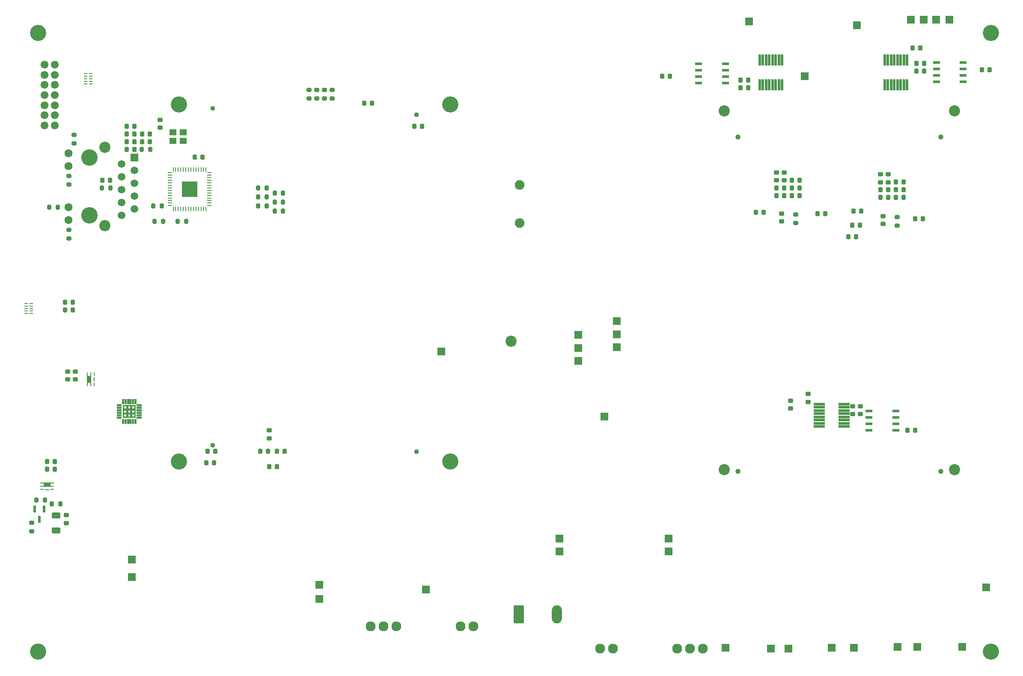
<source format=gbs>
%TF.GenerationSoftware,KiCad,Pcbnew,9.0.2*%
%TF.CreationDate,2025-10-06T13:03:54-05:00*%
%TF.ProjectId,PSEC5_Ctrl_Board,50534543-355f-4437-9472-6c5f426f6172,rev?*%
%TF.SameCoordinates,Original*%
%TF.FileFunction,Soldermask,Bot*%
%TF.FilePolarity,Negative*%
%FSLAX46Y46*%
G04 Gerber Fmt 4.6, Leading zero omitted, Abs format (unit mm)*
G04 Created by KiCad (PCBNEW 9.0.2) date 2025-10-06 13:03:54*
%MOMM*%
%LPD*%
G01*
G04 APERTURE LIST*
G04 Aperture macros list*
%AMRoundRect*
0 Rectangle with rounded corners*
0 $1 Rounding radius*
0 $2 $3 $4 $5 $6 $7 $8 $9 X,Y pos of 4 corners*
0 Add a 4 corners polygon primitive as box body*
4,1,4,$2,$3,$4,$5,$6,$7,$8,$9,$2,$3,0*
0 Add four circle primitives for the rounded corners*
1,1,$1+$1,$2,$3*
1,1,$1+$1,$4,$5*
1,1,$1+$1,$6,$7*
1,1,$1+$1,$8,$9*
0 Add four rect primitives between the rounded corners*
20,1,$1+$1,$2,$3,$4,$5,0*
20,1,$1+$1,$4,$5,$6,$7,0*
20,1,$1+$1,$6,$7,$8,$9,0*
20,1,$1+$1,$8,$9,$2,$3,0*%
G04 Aperture macros list end*
%ADD10C,0.000000*%
%ADD11R,1.500000X1.500000*%
%ADD12C,1.955800*%
%ADD13C,3.250000*%
%ADD14C,1.500000*%
%ADD15C,1.600000*%
%ADD16C,2.200000*%
%ADD17C,3.200000*%
%ADD18C,1.905000*%
%ADD19C,1.549400*%
%ADD20C,0.950000*%
%ADD21C,1.020000*%
%ADD22RoundRect,0.250000X-0.750000X-1.550000X0.750000X-1.550000X0.750000X1.550000X-0.750000X1.550000X0*%
%ADD23O,2.000000X3.600000*%
%ADD24RoundRect,0.225000X-0.250000X0.225000X-0.250000X-0.225000X0.250000X-0.225000X0.250000X0.225000X0*%
%ADD25RoundRect,0.200000X0.200000X0.275000X-0.200000X0.275000X-0.200000X-0.275000X0.200000X-0.275000X0*%
%ADD26RoundRect,0.200000X-0.200000X-0.275000X0.200000X-0.275000X0.200000X0.275000X-0.200000X0.275000X0*%
%ADD27RoundRect,0.225000X-0.225000X-0.250000X0.225000X-0.250000X0.225000X0.250000X-0.225000X0.250000X0*%
%ADD28RoundRect,0.200000X-0.275000X0.200000X-0.275000X-0.200000X0.275000X-0.200000X0.275000X0.200000X0*%
%ADD29RoundRect,0.225000X0.225000X0.250000X-0.225000X0.250000X-0.225000X-0.250000X0.225000X-0.250000X0*%
%ADD30RoundRect,0.225000X0.250000X-0.225000X0.250000X0.225000X-0.250000X0.225000X-0.250000X-0.225000X0*%
%ADD31R,1.397000X0.558800*%
%ADD32RoundRect,0.102000X0.177800X-0.990600X0.177800X0.990600X-0.177800X0.990600X-0.177800X-0.990600X0*%
%ADD33RoundRect,0.250000X-0.625000X0.312500X-0.625000X-0.312500X0.625000X-0.312500X0.625000X0.312500X0*%
%ADD34R,0.558800X1.320800*%
%ADD35R,0.685800X0.203200*%
%ADD36R,1.397000X0.853186*%
%ADD37R,0.863600X0.228600*%
%ADD38RoundRect,0.102000X-0.177800X0.990600X-0.177800X-0.990600X0.177800X-0.990600X0.177800X0.990600X0*%
%ADD39RoundRect,0.200000X0.275000X-0.200000X0.275000X0.200000X-0.275000X0.200000X-0.275000X-0.200000X0*%
%ADD40R,0.711200X0.203200*%
%ADD41R,0.280000X0.850000*%
%ADD42R,0.850000X0.280000*%
%ADD43RoundRect,0.102000X0.990600X0.177800X-0.990600X0.177800X-0.990600X-0.177800X0.990600X-0.177800X0*%
%ADD44R,0.203200X0.685800*%
%ADD45R,0.853186X1.397000*%
%ADD46R,0.228600X0.863600*%
%ADD47RoundRect,0.102000X-0.600000X0.500000X-0.600000X-0.500000X0.600000X-0.500000X0.600000X0.500000X0*%
%ADD48R,0.254000X0.812800*%
%ADD49R,0.812800X0.254000*%
%ADD50R,3.098800X3.098800*%
G04 APERTURE END LIST*
D10*
%TO.C,U17*%
G36*
X84118000Y-116333085D02*
G01*
X83128000Y-116333085D01*
X83128000Y-115913085D01*
X84118000Y-115913085D01*
X84118000Y-116333085D01*
G37*
G36*
X84118000Y-116833211D02*
G01*
X83128000Y-116833211D01*
X83128000Y-116413211D01*
X84118000Y-116413211D01*
X84118000Y-116833211D01*
G37*
G36*
X84118000Y-117333337D02*
G01*
X83128000Y-117333337D01*
X83128000Y-116913337D01*
X84118000Y-116913337D01*
X84118000Y-117333337D01*
G37*
G36*
X84118000Y-117833463D02*
G01*
X83128000Y-117833463D01*
X83128000Y-117413463D01*
X84118000Y-117413463D01*
X84118000Y-117833463D01*
G37*
G36*
X84118000Y-118333589D02*
G01*
X83128000Y-118333589D01*
X83128000Y-117913589D01*
X84118000Y-117913589D01*
X84118000Y-118333589D01*
G37*
G36*
X84118000Y-118833715D02*
G01*
X83128000Y-118833715D01*
X83128000Y-118413715D01*
X84118000Y-118413715D01*
X84118000Y-118833715D01*
G37*
G36*
X84558000Y-115893400D02*
G01*
X84138000Y-115893400D01*
X84138000Y-114903400D01*
X84558000Y-114903400D01*
X84558000Y-115893400D01*
G37*
G36*
X84558000Y-119843400D02*
G01*
X84138000Y-119843400D01*
X84138000Y-118853400D01*
X84558000Y-118853400D01*
X84558000Y-119843400D01*
G37*
G36*
X86886500Y-116386000D02*
G01*
X84309500Y-116386000D01*
X84309500Y-116084900D01*
X86886500Y-116084900D01*
X86886500Y-116386000D01*
G37*
G36*
X84610600Y-118661900D02*
G01*
X84309500Y-118661900D01*
X84309500Y-116084900D01*
X84610600Y-116084900D01*
X84610600Y-118661900D01*
G37*
G36*
X86886500Y-117173400D02*
G01*
X84309500Y-117173400D01*
X84309500Y-116786000D01*
X86886500Y-116786000D01*
X86886500Y-117173400D01*
G37*
G36*
X86886500Y-117960800D02*
G01*
X84309500Y-117960800D01*
X84309500Y-117573400D01*
X86886500Y-117573400D01*
X86886500Y-117960800D01*
G37*
G36*
X86886500Y-118661900D02*
G01*
X84309500Y-118661900D01*
X84309500Y-118360800D01*
X86886500Y-118360800D01*
X86886500Y-118661900D01*
G37*
G36*
X85058001Y-115893400D02*
G01*
X84637999Y-115893400D01*
X84637999Y-114903400D01*
X85058001Y-114903400D01*
X85058001Y-115893400D01*
G37*
G36*
X85058001Y-119843400D02*
G01*
X84637999Y-119843400D01*
X84637999Y-118853400D01*
X85058001Y-118853400D01*
X85058001Y-119843400D01*
G37*
G36*
X85398000Y-118661900D02*
G01*
X85010600Y-118661900D01*
X85010600Y-116084900D01*
X85398000Y-116084900D01*
X85398000Y-118661900D01*
G37*
G36*
X85558000Y-115893400D02*
G01*
X85138001Y-115893400D01*
X85138001Y-114903400D01*
X85558000Y-114903400D01*
X85558000Y-115893400D01*
G37*
G36*
X85558000Y-119843400D02*
G01*
X85138001Y-119843400D01*
X85138001Y-118853400D01*
X85558000Y-118853400D01*
X85558000Y-119843400D01*
G37*
G36*
X86057999Y-115893400D02*
G01*
X85638000Y-115893400D01*
X85638000Y-114903400D01*
X86057999Y-114903400D01*
X86057999Y-115893400D01*
G37*
G36*
X86057999Y-119843400D02*
G01*
X85638000Y-119843400D01*
X85638000Y-118853400D01*
X86057999Y-118853400D01*
X86057999Y-119843400D01*
G37*
G36*
X86185400Y-118661900D02*
G01*
X85798000Y-118661900D01*
X85798000Y-116084900D01*
X86185400Y-116084900D01*
X86185400Y-118661900D01*
G37*
G36*
X86558001Y-115893400D02*
G01*
X86137999Y-115893400D01*
X86137999Y-114903400D01*
X86558001Y-114903400D01*
X86558001Y-115893400D01*
G37*
G36*
X86558001Y-119843400D02*
G01*
X86137999Y-119843400D01*
X86137999Y-118853400D01*
X86558001Y-118853400D01*
X86558001Y-119843400D01*
G37*
G36*
X86886500Y-118661900D02*
G01*
X86585400Y-118661900D01*
X86585400Y-116084900D01*
X86886500Y-116084900D01*
X86886500Y-118661900D01*
G37*
G36*
X87058000Y-115893400D02*
G01*
X86638000Y-115893400D01*
X86638000Y-114903400D01*
X87058000Y-114903400D01*
X87058000Y-115893400D01*
G37*
G36*
X87058000Y-119843400D02*
G01*
X86638000Y-119843400D01*
X86638000Y-118853400D01*
X87058000Y-118853400D01*
X87058000Y-119843400D01*
G37*
G36*
X88068000Y-116333085D02*
G01*
X87078000Y-116333085D01*
X87078000Y-115913085D01*
X88068000Y-115913085D01*
X88068000Y-116333085D01*
G37*
G36*
X88068000Y-116833211D02*
G01*
X87078000Y-116833211D01*
X87078000Y-116413211D01*
X88068000Y-116413211D01*
X88068000Y-116833211D01*
G37*
G36*
X88068000Y-117333337D02*
G01*
X87078000Y-117333337D01*
X87078000Y-116913337D01*
X88068000Y-116913337D01*
X88068000Y-117333337D01*
G37*
G36*
X88068000Y-117833463D02*
G01*
X87078000Y-117833463D01*
X87078000Y-117413463D01*
X88068000Y-117413463D01*
X88068000Y-117833463D01*
G37*
G36*
X88068000Y-118333589D02*
G01*
X87078000Y-118333589D01*
X87078000Y-117913589D01*
X88068000Y-117913589D01*
X88068000Y-118333589D01*
G37*
G36*
X88068000Y-118833715D02*
G01*
X87078000Y-118833715D01*
X87078000Y-118413715D01*
X88068000Y-118413715D01*
X88068000Y-118833715D01*
G37*
%TD*%
D11*
%TO.C,TP21*%
X123190000Y-151638000D03*
%TD*%
D12*
%TO.C,U16*%
X199060000Y-164286000D03*
X196520000Y-164286000D03*
X193980000Y-164286000D03*
X181280000Y-164286000D03*
X178740000Y-164286000D03*
%TD*%
D13*
%TO.C,T1*%
X77694000Y-67183000D03*
X77694000Y-78613000D03*
D11*
X86584000Y-67183000D03*
D14*
X84044000Y-68453000D03*
X86584000Y-69723000D03*
X84044000Y-70993000D03*
X86584000Y-72263000D03*
X84044000Y-73533000D03*
X86584000Y-74803000D03*
X84044000Y-76073000D03*
X86584000Y-77343000D03*
X84044000Y-78613000D03*
D15*
X73614000Y-66268000D03*
X73614000Y-68808000D03*
X73614000Y-76988000D03*
X73614000Y-79528000D03*
D16*
X80744000Y-65153000D03*
X80744000Y-80643000D03*
%TD*%
D11*
%TO.C,TP33*%
X174400000Y-107400000D03*
%TD*%
%TO.C,TP2*%
X192278000Y-142494000D03*
%TD*%
%TO.C,TP28*%
X247800000Y-39900000D03*
%TD*%
D17*
%TO.C,H6*%
X149068000Y-56655000D03*
%TD*%
D18*
%TO.C,J7*%
X162774899Y-72602400D03*
X162774899Y-80102400D03*
%TD*%
D11*
%TO.C,TP31*%
X174400000Y-102200000D03*
%TD*%
%TO.C,TP32*%
X174400000Y-104800000D03*
%TD*%
%TO.C,TP8*%
X228900000Y-164100000D03*
%TD*%
%TO.C,TP15*%
X179600000Y-118400000D03*
%TD*%
D19*
%TO.C,J12*%
X68834000Y-48799999D03*
X70834001Y-48799999D03*
X68834000Y-50800000D03*
X70834001Y-50800000D03*
X68834000Y-52799999D03*
X70834001Y-52799999D03*
X68834000Y-54800000D03*
X70834001Y-54800000D03*
X68834000Y-56800001D03*
X70834001Y-56800001D03*
X68834000Y-58799999D03*
X70834001Y-58799999D03*
X68834000Y-60800001D03*
X70834001Y-60800001D03*
%TD*%
D11*
%TO.C,TP4*%
X170688000Y-142494000D03*
%TD*%
%TO.C,TP17*%
X255100000Y-152200000D03*
%TD*%
%TO.C,TP6*%
X216000000Y-164300000D03*
%TD*%
%TO.C,TP23*%
X86106000Y-146664000D03*
%TD*%
D17*
%TO.C,H2*%
X256000000Y-42500000D03*
%TD*%
D20*
%TO.C,J10*%
X102108000Y-57404000D03*
X142378000Y-58674000D03*
%TD*%
D11*
%TO.C,TP13*%
X212500000Y-164300000D03*
%TD*%
D17*
%TO.C,H1*%
X67600000Y-42500000D03*
%TD*%
D11*
%TO.C,TP1*%
X192278000Y-145034000D03*
%TD*%
%TO.C,TP16*%
X144300000Y-152600000D03*
%TD*%
D20*
%TO.C,J5*%
X102108000Y-124016000D03*
X142378000Y-125286000D03*
%TD*%
D11*
%TO.C,TP7*%
X237600000Y-163900000D03*
%TD*%
D17*
%TO.C,H4*%
X256000000Y-164900000D03*
%TD*%
%TO.C,H5*%
X95418000Y-56655000D03*
%TD*%
D11*
%TO.C,TP11*%
X147320000Y-105537000D03*
%TD*%
D17*
%TO.C,H7*%
X95418000Y-127305000D03*
%TD*%
D11*
%TO.C,TP30*%
X182000000Y-104700000D03*
%TD*%
%TO.C,TP19*%
X219202000Y-51054000D03*
%TD*%
D16*
%TO.C,H14*%
X161117000Y-103487000D03*
%TD*%
D11*
%TO.C,TP27*%
X245200000Y-39900000D03*
%TD*%
D17*
%TO.C,H3*%
X67600000Y-164900000D03*
%TD*%
%TO.C,H8*%
X149068000Y-127305000D03*
%TD*%
D11*
%TO.C,TP22*%
X123190000Y-154432000D03*
%TD*%
%TO.C,TP10*%
X241500000Y-163900000D03*
%TD*%
%TO.C,TP20*%
X229500000Y-41000000D03*
%TD*%
%TO.C,TP14*%
X203500000Y-164100000D03*
%TD*%
D21*
%TO.C,J2*%
X246093000Y-63122000D03*
X205957000Y-63122000D03*
%TD*%
D11*
%TO.C,TP29*%
X182000000Y-102100000D03*
%TD*%
%TO.C,TP25*%
X242700000Y-39900000D03*
%TD*%
%TO.C,TP5*%
X224500000Y-164100000D03*
%TD*%
D16*
%TO.C,H10*%
X248841600Y-57900000D03*
%TD*%
%TO.C,H9*%
X203266000Y-57900000D03*
%TD*%
D11*
%TO.C,TP24*%
X86106000Y-150114000D03*
%TD*%
D21*
%TO.C,J4*%
X246093000Y-129182000D03*
X205957000Y-129182000D03*
%TD*%
D11*
%TO.C,TP18*%
X208200000Y-40200000D03*
%TD*%
%TO.C,TP9*%
X250400000Y-163900000D03*
%TD*%
%TO.C,TP12*%
X182000000Y-99500000D03*
%TD*%
D16*
%TO.C,H12*%
X248841600Y-128870500D03*
%TD*%
D12*
%TO.C,U5*%
X133320000Y-159900000D03*
X135860000Y-159900000D03*
X138400000Y-159900000D03*
X151100000Y-159900000D03*
X153640000Y-159900000D03*
%TD*%
D11*
%TO.C,TP26*%
X240200000Y-39900000D03*
%TD*%
D22*
%TO.C,J1*%
X162650000Y-157522500D03*
D23*
X170150000Y-157522500D03*
%TD*%
D16*
%TO.C,H11*%
X203266600Y-128870500D03*
%TD*%
D11*
%TO.C,TP3*%
X170688000Y-145034000D03*
%TD*%
D24*
%TO.C,C5*%
X73114750Y-137884750D03*
X73114750Y-139434750D03*
%TD*%
D25*
%TO.C,R5*%
X112776000Y-73152000D03*
X111126000Y-73152000D03*
%TD*%
%TO.C,R1*%
X116015000Y-77724000D03*
X114365000Y-77724000D03*
%TD*%
D26*
%TO.C,R84*%
X90361000Y-76708000D03*
X92011000Y-76708000D03*
%TD*%
D27*
%TO.C,C71*%
X141973000Y-60960000D03*
X143523000Y-60960000D03*
%TD*%
D28*
%TO.C,R75*%
X125730000Y-53785000D03*
X125730000Y-55435000D03*
%TD*%
D29*
%TO.C,C99*%
X230391000Y-77724000D03*
X228841000Y-77724000D03*
%TD*%
D27*
%TO.C,C117*%
X237223000Y-72009000D03*
X238773000Y-72009000D03*
%TD*%
D30*
%TO.C,C83*%
X113300000Y-122675000D03*
X113300000Y-121125000D03*
%TD*%
D31*
%TO.C,U8*%
X250558300Y-48387000D03*
X250558300Y-49657000D03*
X250558300Y-50927000D03*
X250558300Y-52197000D03*
X245249700Y-52197000D03*
X245249700Y-50927000D03*
X245249700Y-49657000D03*
X245249700Y-48387000D03*
%TD*%
D24*
%TO.C,C60*%
X91694000Y-59677000D03*
X91694000Y-61227000D03*
%TD*%
D29*
%TO.C,C32*%
X242837000Y-48514000D03*
X241287000Y-48514000D03*
%TD*%
D25*
%TO.C,R7*%
X112776000Y-76708000D03*
X111126000Y-76708000D03*
%TD*%
D29*
%TO.C,C101*%
X229375000Y-82804000D03*
X227825000Y-82804000D03*
%TD*%
D32*
%TO.C,U4*%
X239458500Y-52755800D03*
X238823500Y-52755800D03*
X238188500Y-52755800D03*
X237553500Y-52755800D03*
X236918500Y-52755800D03*
X236283500Y-52755800D03*
X235648500Y-52755800D03*
X235013500Y-52755800D03*
X235013500Y-47828200D03*
X235648500Y-47828200D03*
X236283500Y-47828200D03*
X236918500Y-47828200D03*
X237553500Y-47828200D03*
X238188500Y-47828200D03*
X238823500Y-47828200D03*
X239458500Y-47828200D03*
%TD*%
D25*
%TO.C,R76*%
X71437000Y-76962000D03*
X69787000Y-76962000D03*
%TD*%
D29*
%TO.C,C155*%
X100089000Y-67056000D03*
X98539000Y-67056000D03*
%TD*%
D25*
%TO.C,R3*%
X116015000Y-75946000D03*
X114365000Y-75946000D03*
%TD*%
D28*
%TO.C,R70*%
X121158000Y-53785000D03*
X121158000Y-55435000D03*
%TD*%
D29*
%TO.C,C53*%
X86614000Y-65532000D03*
X85064000Y-65532000D03*
%TD*%
D30*
%TO.C,C105*%
X219900000Y-115475000D03*
X219900000Y-113925000D03*
%TD*%
%TO.C,C38*%
X215138000Y-71641000D03*
X215138000Y-70091000D03*
%TD*%
D27*
%TO.C,C90*%
X206489000Y-51816000D03*
X208039000Y-51816000D03*
%TD*%
%TO.C,C69*%
X72898000Y-97282000D03*
X74448000Y-97282000D03*
%TD*%
D24*
%TO.C,C114*%
X214630000Y-78219000D03*
X214630000Y-79769000D03*
%TD*%
D30*
%TO.C,C82*%
X74930000Y-111011000D03*
X74930000Y-109461000D03*
%TD*%
D26*
%TO.C,L5*%
X88088000Y-65532000D03*
X89738000Y-65532000D03*
%TD*%
D27*
%TO.C,C116*%
X216662000Y-71628000D03*
X218212000Y-71628000D03*
%TD*%
D29*
%TO.C,C55*%
X86614000Y-62484000D03*
X85064000Y-62484000D03*
%TD*%
%TO.C,C29*%
X192532300Y-51054000D03*
X190982300Y-51054000D03*
%TD*%
D31*
%TO.C,U13*%
X237254300Y-117295000D03*
X237254300Y-118565000D03*
X237254300Y-119835000D03*
X237254300Y-121105000D03*
X231945700Y-121105000D03*
X231945700Y-119835000D03*
X231945700Y-118565000D03*
X231945700Y-117295000D03*
%TD*%
D33*
%TO.C,FB1*%
X71082750Y-137959250D03*
X71082750Y-140884250D03*
%TD*%
D27*
%TO.C,C78*%
X216662000Y-74676000D03*
X218212000Y-74676000D03*
%TD*%
%TO.C,C43*%
X69329000Y-128778000D03*
X70879000Y-128778000D03*
%TD*%
%TO.C,C30*%
X206489000Y-53340000D03*
X208039000Y-53340000D03*
%TD*%
D34*
%TO.C,Q1*%
X66867999Y-136652000D03*
X68768001Y-136652000D03*
X67818000Y-138684000D03*
%TD*%
D25*
%TO.C,R110*%
X68897000Y-134874000D03*
X67247000Y-134874000D03*
%TD*%
D29*
%TO.C,C84*%
X116345000Y-125222000D03*
X114795000Y-125222000D03*
%TD*%
D30*
%TO.C,C37*%
X213614000Y-71641000D03*
X213614000Y-70091000D03*
%TD*%
D29*
%TO.C,C64*%
X89688000Y-64008000D03*
X88138000Y-64008000D03*
%TD*%
D27*
%TO.C,C75*%
X237223000Y-73533000D03*
X238773000Y-73533000D03*
%TD*%
D29*
%TO.C,C89*%
X242837000Y-50038000D03*
X241287000Y-50038000D03*
%TD*%
D27*
%TO.C,C36*%
X234175000Y-75057000D03*
X235725000Y-75057000D03*
%TD*%
D25*
%TO.C,R112*%
X92265000Y-79756000D03*
X90615000Y-79756000D03*
%TD*%
D27*
%TO.C,C107*%
X72898000Y-95758000D03*
X74448000Y-95758000D03*
%TD*%
D29*
%TO.C,C86*%
X113043000Y-125222000D03*
X111493000Y-125222000D03*
%TD*%
D25*
%TO.C,R85*%
X71945000Y-135636000D03*
X70295000Y-135636000D03*
%TD*%
D28*
%TO.C,R114*%
X73660000Y-70803000D03*
X73660000Y-72453000D03*
%TD*%
D35*
%TO.C,U6*%
X68300600Y-131501007D03*
X68300600Y-132150993D03*
D36*
X69342000Y-131826000D03*
D35*
X70383400Y-131501007D03*
X70383400Y-132150993D03*
X68300600Y-132800979D03*
X70383400Y-132800979D03*
D37*
X69342000Y-132814993D03*
%TD*%
D29*
%TO.C,C100*%
X230137000Y-80518000D03*
X228587000Y-80518000D03*
%TD*%
%TO.C,C112*%
X211087000Y-77978000D03*
X209537000Y-77978000D03*
%TD*%
D38*
%TO.C,U2*%
X210312000Y-47828200D03*
X210947000Y-47828200D03*
X211582000Y-47828200D03*
X212217000Y-47828200D03*
X212852000Y-47828200D03*
X213487000Y-47828200D03*
X214122000Y-47828200D03*
X214757000Y-47828200D03*
X214757000Y-52755800D03*
X214122000Y-52755800D03*
X213487000Y-52755800D03*
X212852000Y-52755800D03*
X212217000Y-52755800D03*
X211582000Y-52755800D03*
X210947000Y-52755800D03*
X210312000Y-52755800D03*
%TD*%
D28*
%TO.C,R73*%
X124206000Y-53785000D03*
X124206000Y-55435000D03*
%TD*%
D29*
%TO.C,C56*%
X86614000Y-60960000D03*
X85064000Y-60960000D03*
%TD*%
D27*
%TO.C,C57*%
X80238000Y-71628000D03*
X81788000Y-71628000D03*
%TD*%
D24*
%TO.C,C41*%
X234696000Y-78727000D03*
X234696000Y-80277000D03*
%TD*%
D30*
%TO.C,C103*%
X230200000Y-117900000D03*
X230200000Y-116350000D03*
%TD*%
D27*
%TO.C,C35*%
X234175000Y-73533000D03*
X235725000Y-73533000D03*
%TD*%
D29*
%TO.C,C85*%
X102629000Y-125222000D03*
X101079000Y-125222000D03*
%TD*%
%TO.C,C102*%
X241075000Y-121100000D03*
X239525000Y-121100000D03*
%TD*%
%TO.C,C87*%
X114821000Y-128270000D03*
X113271000Y-128270000D03*
%TD*%
D28*
%TO.C,R57*%
X237490000Y-78931000D03*
X237490000Y-80581000D03*
%TD*%
%TO.C,R115*%
X73660000Y-81471000D03*
X73660000Y-83121000D03*
%TD*%
D29*
%TO.C,C88*%
X102375000Y-127508000D03*
X100825000Y-127508000D03*
%TD*%
D27*
%TO.C,C40*%
X213601000Y-74676000D03*
X215151000Y-74676000D03*
%TD*%
D39*
%TO.C,R74*%
X74676000Y-64325000D03*
X74676000Y-62675000D03*
%TD*%
D26*
%TO.C,R113*%
X95187000Y-79756000D03*
X96837000Y-79756000D03*
%TD*%
D27*
%TO.C,C113*%
X221729000Y-78232000D03*
X223279000Y-78232000D03*
%TD*%
D29*
%TO.C,C70*%
X133617000Y-56388000D03*
X132067000Y-56388000D03*
%TD*%
D30*
%TO.C,C104*%
X228700000Y-117900000D03*
X228700000Y-116350000D03*
%TD*%
D27*
%TO.C,C24*%
X241033000Y-79248000D03*
X242583000Y-79248000D03*
%TD*%
D28*
%TO.C,R111*%
X66294000Y-139383000D03*
X66294000Y-141033000D03*
%TD*%
D40*
%TO.C,U10*%
X66196100Y-95999999D03*
X66196100Y-96500001D03*
X66196100Y-97000000D03*
X66196100Y-97499999D03*
X66196100Y-98000001D03*
X65205500Y-98000001D03*
X65205500Y-97499999D03*
X65205500Y-97000000D03*
X65205500Y-96500001D03*
X65205500Y-95999999D03*
%TD*%
D27*
%TO.C,C79*%
X216662000Y-73152000D03*
X218212000Y-73152000D03*
%TD*%
%TO.C,C108*%
X69329000Y-127254000D03*
X70879000Y-127254000D03*
%TD*%
D28*
%TO.C,R56*%
X217424000Y-78423000D03*
X217424000Y-80073000D03*
%TD*%
D27*
%TO.C,C73*%
X237223000Y-75057000D03*
X238773000Y-75057000D03*
%TD*%
%TO.C,C91*%
X240525000Y-45466000D03*
X242075000Y-45466000D03*
%TD*%
D25*
%TO.C,R6*%
X112776000Y-74930000D03*
X111126000Y-74930000D03*
%TD*%
D30*
%TO.C,C33*%
X234188000Y-72022000D03*
X234188000Y-70472000D03*
%TD*%
D41*
%TO.C,U17*%
X84348000Y-115398400D03*
X84847999Y-115398400D03*
X85348000Y-115398400D03*
X85848000Y-115398400D03*
X86348001Y-115398400D03*
X86848000Y-115398400D03*
D42*
X87573000Y-116123085D03*
X87573000Y-116623211D03*
X87573000Y-117123337D03*
X87573000Y-117623463D03*
X87573000Y-118123589D03*
X87573000Y-118623715D03*
D41*
X86848000Y-119348400D03*
X86348001Y-119348400D03*
X85848000Y-119348400D03*
X85348000Y-119348400D03*
X84847999Y-119348400D03*
X84348000Y-119348400D03*
D42*
X83623000Y-118623715D03*
X83623000Y-118123589D03*
X83623000Y-117623463D03*
X83623000Y-117123337D03*
X83623000Y-116623211D03*
X83623000Y-116123085D03*
%TD*%
D30*
%TO.C,C95*%
X73406000Y-111011000D03*
X73406000Y-109461000D03*
%TD*%
D43*
%TO.C,U15*%
X226999800Y-115887500D03*
X226999800Y-116522500D03*
X226999800Y-117157500D03*
X226999800Y-117792500D03*
X226999800Y-118427500D03*
X226999800Y-119062500D03*
X226999800Y-119697500D03*
X226999800Y-120332500D03*
X222072200Y-120332500D03*
X222072200Y-119697500D03*
X222072200Y-119062500D03*
X222072200Y-118427500D03*
X222072200Y-117792500D03*
X222072200Y-117157500D03*
X222072200Y-116522500D03*
X222072200Y-115887500D03*
%TD*%
D40*
%TO.C,U3*%
X77965300Y-50561999D03*
X77965300Y-51062001D03*
X77965300Y-51562000D03*
X77965300Y-52061999D03*
X77965300Y-52562001D03*
X76974700Y-52562001D03*
X76974700Y-52061999D03*
X76974700Y-51562000D03*
X76974700Y-51062001D03*
X76974700Y-50561999D03*
%TD*%
D25*
%TO.C,R4*%
X116015000Y-74168000D03*
X114365000Y-74168000D03*
%TD*%
D30*
%TO.C,C34*%
X235712000Y-72035000D03*
X235712000Y-70485000D03*
%TD*%
%TO.C,R108*%
X216408000Y-116775000D03*
X216408000Y-115225000D03*
%TD*%
D29*
%TO.C,C54*%
X86614000Y-64008000D03*
X85064000Y-64008000D03*
%TD*%
D31*
%TO.C,U7*%
X198247000Y-52451000D03*
X198247000Y-51181000D03*
X198247000Y-49911000D03*
X198247000Y-48641000D03*
X203555600Y-48641000D03*
X203555600Y-49911000D03*
X203555600Y-51181000D03*
X203555600Y-52451000D03*
%TD*%
D44*
%TO.C,U14*%
X77328014Y-112039400D03*
X77978000Y-112039400D03*
D45*
X77653007Y-110998000D03*
D44*
X77328014Y-109956600D03*
X77978000Y-109956600D03*
X78627986Y-112039400D03*
X78627986Y-109956600D03*
D46*
X78642000Y-110998000D03*
%TD*%
D47*
%TO.C,Y3*%
X94200000Y-62167000D03*
X96300000Y-62167000D03*
X96300000Y-63817000D03*
X94200000Y-63817000D03*
%TD*%
D48*
%TO.C,U1*%
X100786001Y-77304900D03*
X100286000Y-77304900D03*
X99786001Y-77304900D03*
X99285999Y-77304900D03*
X98786000Y-77304900D03*
X98286001Y-77304900D03*
X97786000Y-77304900D03*
X97286000Y-77304900D03*
X96785999Y-77304900D03*
X96286000Y-77304900D03*
X95786001Y-77304900D03*
X95285999Y-77304900D03*
X94786000Y-77304900D03*
X94285999Y-77304900D03*
D49*
X93637100Y-76656001D03*
X93637100Y-76156000D03*
X93637100Y-75656001D03*
X93637100Y-75155999D03*
X93637100Y-74656000D03*
X93637100Y-74156001D03*
X93637100Y-73656000D03*
X93637100Y-73156000D03*
X93637100Y-72655999D03*
X93637100Y-72156000D03*
X93637100Y-71656001D03*
X93637100Y-71155999D03*
X93637100Y-70656000D03*
X93637100Y-70155999D03*
D48*
X94285999Y-69507100D03*
X94786000Y-69507100D03*
X95285999Y-69507100D03*
X95786001Y-69507100D03*
X96286000Y-69507100D03*
X96785999Y-69507100D03*
X97286000Y-69507100D03*
X97786000Y-69507100D03*
X98286001Y-69507100D03*
X98786000Y-69507100D03*
X99285999Y-69507100D03*
X99786001Y-69507100D03*
X100286000Y-69507100D03*
X100786001Y-69507100D03*
D49*
X101434900Y-70155999D03*
X101434900Y-70656000D03*
X101434900Y-71155999D03*
X101434900Y-71656001D03*
X101434900Y-72156000D03*
X101434900Y-72655999D03*
X101434900Y-73156000D03*
X101434900Y-73656000D03*
X101434900Y-74156001D03*
X101434900Y-74656000D03*
X101434900Y-75155999D03*
X101434900Y-75656001D03*
X101434900Y-76156000D03*
X101434900Y-76656001D03*
D50*
X97536000Y-73406000D03*
%TD*%
D27*
%TO.C,C39*%
X213601000Y-73152000D03*
X215151000Y-73152000D03*
%TD*%
D28*
%TO.C,R71*%
X122682000Y-53785000D03*
X122682000Y-55435000D03*
%TD*%
D29*
%TO.C,C62*%
X89688000Y-62484000D03*
X88138000Y-62484000D03*
%TD*%
D26*
%TO.C,R100*%
X80188000Y-73152000D03*
X81838000Y-73152000D03*
%TD*%
D27*
%TO.C,C31*%
X254241000Y-49784000D03*
X255791000Y-49784000D03*
%TD*%
M02*

</source>
